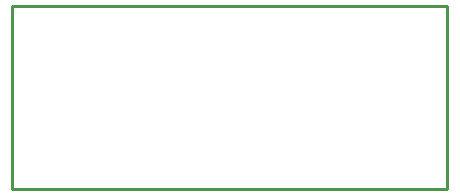
<source format=gm1>
G04*
G04 #@! TF.GenerationSoftware,Altium Limited,CircuitMaker,2.2.1 (2.2.1.6)*
G04*
G04 Layer_Color=16740166*
%FSLAX24Y24*%
%MOIN*%
G70*
G04*
G04 #@! TF.SameCoordinates,D96103DE-5CF1-4447-99B2-040B1386396B*
G04*
G04*
G04 #@! TF.FilePolarity,Positive*
G04*
G01*
G75*
%ADD11C,0.0100*%
D11*
X8750Y9350D02*
X23250Y9350D01*
X23250Y15450D01*
X8750Y15450D02*
X23250Y15450D01*
X8750Y9350D02*
X8750Y15450D01*
M02*

</source>
